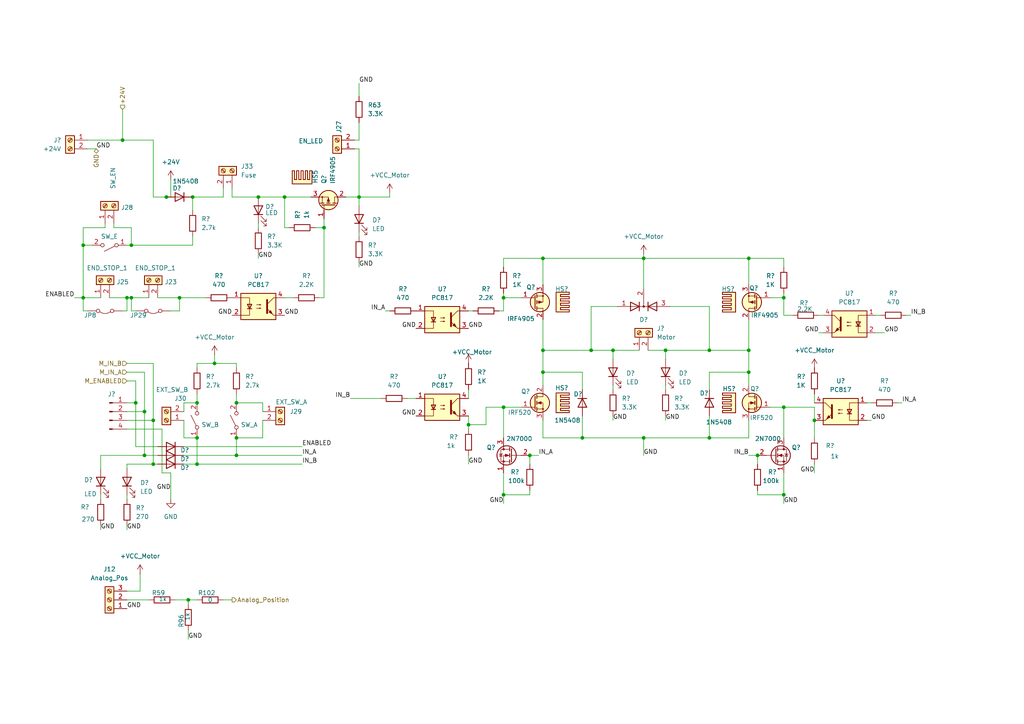
<source format=kicad_sch>
(kicad_sch (version 20231120) (generator "eeschema") (generator_version "8.0")
  (paper "A4")
  (title_block (date "2024-04-17") (rev "1.0"))
  (lib_symbols
    (symbol "+24V_1" (power) (pin_numbers hide) (pin_names (offset 0) hide)
      (property "Value" "+24V" (at 0 3.556 0))
      (symbol "+24V_1_1_1"
        (pin power_in line (at 0 0 90) (length 0) (name "~") (number "1"))
      )
    )
    (symbol "Connector:Conn_01x04_Pin" (pin_names (offset 1.016) hide)
      (property "Reference" "J" (at 0 5.08 0))
      (property "Value" "Conn_01x04_Pin" (at 0 -7.62 0))
      (symbol "Conn_01x04_Pin_1_1"
        (pin passive line (at 5.08 2.54 180) (length 3.81) (name "Pin_1") (number "1"))
        (pin passive line (at 5.08 0 180) (length 3.81) (name "Pin_2") (number "2"))
        (pin passive line (at 5.08 -2.54 180) (length 3.81) (name "Pin_3") (number "3"))
        (pin passive line (at 5.08 -5.08 180) (length 3.81) (name "Pin_4") (number "4"))
      )
    )
    (symbol "Connector:Screw_Terminal_01x02" (pin_names (offset 1.016) hide)
      (property "Reference" "J" (at 0 2.54 0))
      (property "Value" "Screw_Terminal_01x02" (at 0 -5.08 0))
      (symbol "Screw_Terminal_01x02_1_1"
        (pin passive line (at -5.08 0 0) (length 3.81) (name "Pin_1") (number "1"))
        (pin passive line (at -5.08 -2.54 0) (length 3.81) (name "Pin_2") (number "2"))
      )
    )
    (symbol "Connector:Screw_Terminal_01x03" (pin_names (offset 1.016) hide)
      (property "Reference" "J" (at 0 5.08 0))
      (property "Value" "Screw_Terminal_01x03" (at 0 -5.08 0))
      (symbol "Screw_Terminal_01x03_1_1"
        (pin passive line (at -5.08 2.54 0) (length 3.81) (name "Pin_1") (number "1"))
        (pin passive line (at -5.08 0 0) (length 3.81) (name "Pin_2") (number "2"))
        (pin passive line (at -5.08 -2.54 0) (length 3.81) (name "Pin_3") (number "3"))
      )
    )
    (symbol "Device:D_Dual_CommonCathode_AAK" (pin_names (offset 0.762) hide)
      (property "Reference" "D3" (at 0 3.81 0))
      (symbol "D_Dual_CommonCathode_AAK_0_1"
        (pin passive line (at -7.62 0 0) (length 3.81) (name "A") (number "1"))
      )
      (symbol "D_Dual_CommonCathode_AAK_1_1"
        (pin passive line (at 0 -5.08 90) (length 2.54) (name "K") (number "2"))
        (pin passive line (at 7.62 0 180) (length 3.81) (name "A") (number "3"))
      )
    )
    (symbol "Device:LED" (pin_numbers hide) (pin_names (offset 1.016) hide)
      (property "Reference" "D" (at 0 2.54 0))
      (property "Value" "LED" (at 0 -2.54 0))
      (symbol "LED_1_1"
        (pin passive line (at -3.81 0 0) (length 2.54) (name "K") (number "1"))
        (pin passive line (at 3.81 0 180) (length 2.54) (name "A") (number "2"))
      )
    )
    (symbol "Diode:1N4148" (pin_numbers hide) (pin_names hide)
      (property "Reference" "D" (at 0 2.54 0))
      (property "Value" "1N4148" (at 0 -2.54 0))
      (symbol "1N4148_1_1"
        (pin passive line (at -3.81 0 0) (length 2.54) (name "K") (number "1"))
        (pin passive line (at 3.81 0 180) (length 2.54) (name "A") (number "2"))
      )
    )
    (symbol "Diode:1N5406" (pin_numbers hide) (pin_names hide)
      (property "Reference" "D" (at 0 2.54 0))
      (property "Value" "1N5406" (at 0 -2.54 0))
      (symbol "1N5406_1_1"
        (pin passive line (at -3.81 0 0) (length 2.54) (name "K") (number "1"))
        (pin passive line (at 3.81 0 180) (length 2.54) (name "A") (number "2"))
      )
    )
    (symbol "Isolator:PC817" (pin_names (offset 1.016))
      (property "Reference" "U" (at -5.08 5.08 0))
      (property "Value" "PC817" (at 0 5.08 0))
      (symbol "PC817_1_1"
        (pin passive line (at -7.62 2.54 0) (length 2.54) (name "~") (number "1"))
        (pin passive line (at -7.62 -2.54 0) (length 2.54) (name "~") (number "2"))
        (pin passive line (at 7.62 -2.54 180) (length 2.54) (name "~") (number "3"))
        (pin passive line (at 7.62 2.54 180) (length 2.54) (name "~") (number "4"))
      )
    )
    (symbol "Jumper:Jumper_2_Bridged" (pin_numbers hide) (pin_names (offset 0) hide) (exclude_from_sim yes)
      (property "Reference" "JP" (at 0 1.905 0))
      (property "Value" "Jumper_2_Bridged" (at 0 -2.54 0))
      (symbol "Jumper_2_Bridged_1_1"
        (pin passive line (at -5.08 0 0) (length 2.54) (name "A") (number "1"))
        (pin passive line (at 5.08 0 180) (length 2.54) (name "B") (number "2"))
      )
    )
    (symbol "Mechanical:Heatsink" (pin_names (offset 1.016))
      (property "Reference" "HS" (at 0 5.08 0))
      (property "Value" "Heatsink" (at 0 -1.27 0))
    )
    (symbol "PCM_SL_Devices:Resistor_0.5W"
      (property "Reference" "R" (at 0 5.08 0))
      (property "Value" "Resistor_0.5W" (at 0 2.54 0))
      (symbol "Resistor_0.5W_1_1"
        (pin passive line (at -3.81 0 0) (length 1.5) (name "") (number "1"))
        (pin passive line (at 3.81 0 180) (length 1.5) (name "~") (number "2"))
      )
    )
    (symbol "PCM_Transistor_MOSFET_AKL:IRF4905" (pin_names hide)
      (property "Reference" "Q" (at 5.08 1.27 0))
      (property "Value" "IRF4905" (at 5.08 -1.27 0))
      (symbol "IRF4905_1_1"
        (pin input line (at -3.81 1.27 0) (length 2.54) (name "G") (number "1"))
        (pin passive line (at 2.54 -5.08 90) (length 2.54) (name "D") (number "2"))
        (pin passive line (at 2.54 5.08 270) (length 2.54) (name "S") (number "3"))
      )
    )
    (symbol "PCM_Transistor_MOSFET_AKL:IRF520" (pin_names hide)
      (property "Reference" "Q" (at 5.08 1.27 0))
      (property "Value" "IRF520" (at 5.08 -1.27 0))
      (symbol "IRF520_1_1"
        (pin input line (at -3.81 -1.27 0) (length 2.54) (name "G") (number "1"))
        (pin passive line (at 2.54 5.08 270) (length 2.54) (name "D") (number "2"))
        (pin passive line (at 2.54 -5.08 90) (length 2.54) (name "S") (number "3"))
      )
    )
    (symbol "Switch:SW_DPST_x2" (pin_names (offset 0) hide)
      (property "Reference" "SW" (at 0 3.175 0))
      (property "Value" "SW_DPST_x2" (at 0 -2.54 0))
      (symbol "SW_DPST_x2_1_1"
        (pin passive line (at -5.08 0 0) (length 2.54) (name "A") (number "1"))
        (pin passive line (at 5.08 0 180) (length 2.54) (name "B") (number "2"))
      )
      (symbol "SW_DPST_x2_2_1"
        (pin passive line (at -5.08 0 0) (length 2.54) (name "A") (number "3"))
        (pin passive line (at 5.08 0 180) (length 2.54) (name "B") (number "4"))
      )
    )
    (symbol "Transistor_FET:2N7000" (pin_names hide)
      (property "Reference" "Q" (at 5.08 1.905 0))
      (property "Value" "2N7000" (at 5.08 0 0))
      (symbol "2N7000_1_1"
        (pin passive line (at 2.54 -5.08 90) (length 2.54) (name "S") (number "1"))
        (pin input line (at -5.08 0 0) (length 2.54) (name "G") (number "2"))
        (pin passive line (at 2.54 5.08 270) (length 2.54) (name "D") (number "3"))
      )
    )
    (symbol "power:+24V" (power) (pin_names (offset 0))
      (property "Value" "+24V" (at 0 3.556 0))
      (symbol "+24V_1_1"
        (pin power_in line (at 0 0 90) (length 0) hide (name "+24V") (number "1"))
      )
    )
    (symbol "power:GND" (power) (pin_numbers hide) (pin_names (offset 0) hide)
      (property "Value" "GND" (at 0 -3.81 0))
      (symbol "GND_1_1"
        (pin power_in line (at 0 0 270) (length 0) (name "~") (number "1"))
      )
    )
  )
  (junction (at 57.15 127))
  (junction (at 52.07 86.36))
  (junction (at 57.15 116.84))
  (junction (at 146.05 86.36))
  (junction (at 193.04 101.6))
  (junction (at 227.33 118.11))
  (junction (at 186.69 74.93))
  (junction (at 41.91 119.38))
  (junction (at 171.45 101.6))
  (junction (at 153.67 132.08))
  (junction (at 24.13 71.12))
  (junction (at 227.33 86.36))
  (junction (at 57.15 134.62))
  (junction (at 177.8 101.6))
  (junction (at 24.13 86.36))
  (junction (at 38.1 86.36))
  (junction (at 39.37 116.84))
  (junction (at 54.61 173.99))
  (junction (at 41.91 132.08))
  (junction (at 227.33 143.51))
  (junction (at 68.58 127))
  (junction (at 205.74 127))
  (junction (at 55.88 57.15))
  (junction (at 104.14 57.15))
  (junction (at 168.91 127))
  (junction (at 35.56 40.64))
  (junction (at 205.74 101.6))
  (junction (at 68.58 116.84))
  (junction (at 93.98 66.04))
  (junction (at 38.1 71.12))
  (junction (at 36.83 86.36))
  (junction (at 217.17 74.93))
  (junction (at 157.48 101.6))
  (junction (at 44.45 121.92))
  (junction (at 44.45 134.62))
  (junction (at 146.05 118.11))
  (junction (at 186.69 127))
  (junction (at 82.55 57.15))
  (junction (at 236.22 121.92))
  (junction (at 217.17 101.6))
  (junction (at 146.05 143.51))
  (junction (at 217.17 107.95))
  (junction (at 68.58 132.08))
  (junction (at 48.26 57.15))
  (junction (at 74.93 57.15))
  (junction (at 135.89 123.19))
  (junction (at 157.48 74.93))
  (junction (at 62.23 105.41))
  (junction (at 157.48 107.95))
  (junction (at 219.71 132.08))
  (wire (pts (xy 223.52 118.11) (xy 227.33 118.11)))
  (wire (pts (xy 50.8 173.99) (xy 54.61 173.99)))
  (wire (pts (xy 49.53 52.07) (xy 49.53 57.15)))
  (wire (pts (xy 36.83 90.17) (xy 36.83 86.36)))
  (wire (pts (xy 53.34 129.54) (xy 87.63 129.54)))
  (wire (pts (xy 104.14 57.15) (xy 104.14 59.69)))
  (wire (pts (xy 36.83 134.62) (xy 44.45 134.62)))
  (wire (pts (xy 44.45 105.41) (xy 44.45 121.92)))
  (wire (pts (xy 57.15 105.41) (xy 62.23 105.41)))
  (wire (pts (xy 68.58 116.84) (xy 76.2 116.84)))
  (wire (pts (xy 157.48 92.71) (xy 157.48 101.6)))
  (wire (pts (xy 205.74 88.9) (xy 205.74 101.6)))
  (wire (pts (xy 102.87 43.18) (xy 104.14 43.18)))
  (wire (pts (xy 36.83 152.4) (xy 36.83 153.67)))
  (wire (pts (xy 262.89 91.44) (xy 264.16 91.44)))
  (wire (pts (xy 36.83 110.49) (xy 39.37 110.49)))
  (wire (pts (xy 45.72 86.36) (xy 52.07 86.36)))
  (wire (pts (xy 29.21 132.08) (xy 29.21 135.89)))
  (wire (pts (xy 146.05 118.11) (xy 151.13 118.11)))
  (wire (pts (xy 205.74 127) (xy 205.74 120.65)))
  (wire (pts (xy 157.48 127) (xy 168.91 127)))
  (wire (pts (xy 135.89 113.03) (xy 135.89 115.57)))
  (wire (pts (xy 24.13 86.36) (xy 29.21 86.36)))
  (wire (pts (xy 46.99 137.16) (xy 49.53 137.16)))
  (wire (pts (xy 217.17 92.71) (xy 217.17 101.6)))
  (wire (pts (xy 104.14 24.13) (xy 104.14 27.94)))
  (wire (pts (xy 24.13 71.12) (xy 24.13 86.36)))
  (wire (pts (xy 171.45 101.6) (xy 177.8 101.6)))
  (wire (pts (xy 38.1 86.36) (xy 43.18 86.36)))
  (wire (pts (xy 41.91 107.95) (xy 41.91 119.38)))
  (wire (pts (xy 25.4 43.18) (xy 27.94 43.18)))
  (wire (pts (xy 187.96 101.6) (xy 193.04 101.6)))
  (wire (pts (xy 217.17 107.95) (xy 217.17 111.76)))
  (wire (pts (xy 153.67 132.08) (xy 156.21 132.08)))
  (wire (pts (xy 39.37 110.49) (xy 39.37 116.84)))
  (wire (pts (xy 26.67 71.12) (xy 24.13 71.12)))
  (wire (pts (xy 68.58 105.41) (xy 68.58 106.68)))
  (wire (pts (xy 100.33 57.15) (xy 104.14 57.15)))
  (wire (pts (xy 36.83 86.36) (xy 38.1 86.36)))
  (wire (pts (xy 101.6 115.57) (xy 110.49 115.57)))
  (wire (pts (xy 227.33 85.09) (xy 227.33 86.36)))
  (wire (pts (xy 177.8 101.6) (xy 185.42 101.6)))
  (wire (pts (xy 140.97 123.19) (xy 140.97 118.11)))
  (wire (pts (xy 64.77 54.61) (xy 64.77 57.15)))
  (wire (pts (xy 90.17 57.15) (xy 82.55 57.15)))
  (wire (pts (xy 179.07 88.9) (xy 171.45 88.9)))
  (wire (pts (xy 223.52 86.36) (xy 227.33 86.36)))
  (wire (pts (xy 74.93 57.15) (xy 82.55 57.15)))
  (wire (pts (xy 217.17 74.93) (xy 227.33 74.93)))
  (wire (pts (xy 30.48 66.04) (xy 24.13 66.04)))
  (wire (pts (xy 49.53 137.16) (xy 49.53 144.78)))
  (wire (pts (xy 40.64 166.37) (xy 40.64 171.45)))
  (wire (pts (xy 38.1 86.36) (xy 38.1 90.17)))
  (wire (pts (xy 62.23 102.87) (xy 62.23 105.41)))
  (wire (pts (xy 227.33 137.16) (xy 227.33 143.51)))
  (wire (pts (xy 74.93 64.77) (xy 74.93 66.04)))
  (wire (pts (xy 62.23 105.41) (xy 68.58 105.41)))
  (wire (pts (xy 53.34 127) (xy 57.15 127)))
  (wire (pts (xy 30.48 64.77) (xy 30.48 66.04)))
  (wire (pts (xy 36.83 71.12) (xy 38.1 71.12)))
  (wire (pts (xy 113.03 57.15) (xy 104.14 57.15)))
  (wire (pts (xy 53.34 134.62) (xy 57.15 134.62)))
  (wire (pts (xy 91.44 66.04) (xy 93.98 66.04)))
  (wire (pts (xy 135.89 120.65) (xy 135.89 123.19)))
  (wire (pts (xy 55.88 57.15) (xy 55.88 60.96)))
  (wire (pts (xy 219.71 132.08) (xy 219.71 134.62)))
  (wire (pts (xy 168.91 127) (xy 168.91 120.65)))
  (wire (pts (xy 45.72 132.08) (xy 41.91 132.08)))
  (wire (pts (xy 157.48 101.6) (xy 157.48 107.95)))
  (wire (pts (xy 177.8 120.65) (xy 177.8 121.92)))
  (wire (pts (xy 157.48 107.95) (xy 168.91 107.95)))
  (wire (pts (xy 260.35 116.84) (xy 261.62 116.84)))
  (wire (pts (xy 45.72 129.54) (xy 39.37 129.54)))
  (wire (pts (xy 36.83 105.41) (xy 44.45 105.41)))
  (wire (pts (xy 118.11 115.57) (xy 120.65 115.57)))
  (wire (pts (xy 24.13 66.04) (xy 24.13 71.12)))
  (wire (pts (xy 227.33 143.51) (xy 227.33 146.05)))
  (wire (pts (xy 238.76 91.44) (xy 237.49 91.44)))
  (wire (pts (xy 255.27 91.44) (xy 254 91.44)))
  (wire (pts (xy 135.89 90.17) (xy 137.16 90.17)))
  (wire (pts (xy 205.74 101.6) (xy 217.17 101.6)))
  (wire (pts (xy 254 96.52) (xy 256.54 96.52)))
  (wire (pts (xy 53.34 121.92) (xy 53.34 127)))
  (wire (pts (xy 140.97 118.11) (xy 146.05 118.11)))
  (wire (pts (xy 68.58 114.3) (xy 68.58 116.84)))
  (wire (pts (xy 44.45 40.64) (xy 44.45 57.15)))
  (wire (pts (xy 217.17 107.95) (xy 205.74 107.95)))
  (wire (pts (xy 135.89 123.19) (xy 135.89 124.46)))
  (wire (pts (xy 193.04 101.6) (xy 193.04 104.14)))
  (wire (pts (xy 227.33 74.93) (xy 227.33 77.47)))
  (wire (pts (xy 36.83 116.84) (xy 39.37 116.84)))
  (wire (pts (xy 146.05 137.16) (xy 146.05 143.51)))
  (wire (pts (xy 29.21 153.67) (xy 29.21 152.4)))
  (wire (pts (xy 217.17 127) (xy 205.74 127)))
  (wire (pts (xy 38.1 66.04) (xy 38.1 71.12)))
  (wire (pts (xy 168.91 127) (xy 186.69 127)))
  (wire (pts (xy 82.55 57.15) (xy 82.55 66.04)))
  (wire (pts (xy 219.71 142.24) (xy 219.71 143.51)))
  (wire (pts (xy 146.05 118.11) (xy 146.05 127)))
  (wire (pts (xy 157.48 107.95) (xy 157.48 111.76)))
  (wire (pts (xy 146.05 74.93) (xy 146.05 77.47)))
  (wire (pts (xy 25.4 90.17) (xy 24.13 90.17)))
  (wire (pts (xy 236.22 121.92) (xy 236.22 118.11)))
  (wire (pts (xy 24.13 90.17) (xy 24.13 86.36)))
  (wire (pts (xy 55.88 71.12) (xy 55.88 68.58)))
  (wire (pts (xy 157.48 74.93) (xy 157.48 82.55)))
  (wire (pts (xy 227.33 86.36) (xy 227.33 91.44)))
  (wire (pts (xy 57.15 127) (xy 57.15 134.62)))
  (wire (pts (xy 67.31 57.15) (xy 74.93 57.15)))
  (wire (pts (xy 113.03 55.88) (xy 113.03 57.15)))
  (wire (pts (xy 146.05 143.51) (xy 146.05 146.05)))
  (wire (pts (xy 35.56 31.75) (xy 35.56 40.64)))
  (wire (pts (xy 177.8 101.6) (xy 177.8 104.14)))
  (wire (pts (xy 41.91 119.38) (xy 41.91 132.08)))
  (wire (pts (xy 45.72 134.62) (xy 44.45 134.62)))
  (wire (pts (xy 25.4 40.64) (xy 35.56 40.64)))
  (wire (pts (xy 29.21 132.08) (xy 41.91 132.08)))
  (wire (pts (xy 44.45 121.92) (xy 44.45 134.62)))
  (wire (pts (xy 92.71 86.36) (xy 93.98 86.36)))
  (wire (pts (xy 68.58 127) (xy 76.2 127)))
  (wire (pts (xy 227.33 118.11) (xy 236.22 118.11)))
  (wire (pts (xy 186.69 74.93) (xy 217.17 74.93)))
  (wire (pts (xy 171.45 88.9) (xy 171.45 101.6)))
  (wire (pts (xy 52.07 86.36) (xy 52.07 90.17)))
  (wire (pts (xy 67.31 54.61) (xy 67.31 57.15)))
  (wire (pts (xy 33.02 66.04) (xy 38.1 66.04)))
  (wire (pts (xy 193.04 111.76) (xy 193.04 113.03)))
  (wire (pts (xy 49.53 90.17) (xy 52.07 90.17)))
  (wire (pts (xy 146.05 74.93) (xy 157.48 74.93)))
  (wire (pts (xy 177.8 111.76) (xy 177.8 113.03)))
  (wire (pts (xy 157.48 101.6) (xy 171.45 101.6)))
  (wire (pts (xy 236.22 134.62) (xy 236.22 137.16)))
  (wire (pts (xy 44.45 57.15) (xy 48.26 57.15)))
  (wire (pts (xy 52.07 86.36) (xy 59.69 86.36)))
  (wire (pts (xy 57.15 134.62) (xy 87.63 134.62)))
  (wire (pts (xy 54.61 173.99) (xy 54.61 175.26)))
  (wire (pts (xy 194.31 88.9) (xy 205.74 88.9)))
  (wire (pts (xy 36.83 124.46) (xy 46.99 124.46)))
  (wire (pts (xy 135.89 123.19) (xy 140.97 123.19)))
  (wire (pts (xy 193.04 120.65) (xy 193.04 121.92)))
  (wire (pts (xy 39.37 90.17) (xy 38.1 90.17)))
  (wire (pts (xy 135.89 132.08) (xy 135.89 134.62)))
  (wire (pts (xy 237.49 96.52) (xy 238.76 96.52)))
  (wire (pts (xy 31.75 86.36) (xy 36.83 86.36)))
  (wire (pts (xy 227.33 118.11) (xy 227.33 127)))
  (wire (pts (xy 186.69 127) (xy 205.74 127)))
  (wire (pts (xy 157.48 121.92) (xy 157.48 127)))
  (wire (pts (xy 227.33 143.51) (xy 219.71 143.51)))
  (wire (pts (xy 74.93 73.66) (xy 74.93 74.93)))
  (wire (pts (xy 29.21 143.51) (xy 29.21 144.78)))
  (wire (pts (xy 35.56 90.17) (xy 36.83 90.17)))
  (wire (pts (xy 153.67 132.08) (xy 153.67 134.62)))
  (wire (pts (xy 146.05 85.09) (xy 146.05 86.36)))
  (wire (pts (xy 104.14 67.31) (xy 104.14 68.58)))
  (wire (pts (xy 93.98 66.04) (xy 93.98 86.36)))
  (wire (pts (xy 111.76 90.17) (xy 113.03 90.17)))
  (wire (pts (xy 49.53 57.15) (xy 48.26 57.15)))
  (wire (pts (xy 54.61 182.88) (xy 54.61 185.42)))
  (wire (pts (xy 153.67 142.24) (xy 153.67 143.51)))
  (wire (pts (xy 39.37 116.84) (xy 39.37 129.54)))
  (wire (pts (xy 36.83 121.92) (xy 44.45 121.92)))
  (wire (pts (xy 53.34 119.38) (xy 53.34 116.84)))
  (wire (pts (xy 193.04 101.6) (xy 205.74 101.6)))
  (wire (pts (xy 146.05 86.36) (xy 151.13 86.36)))
  (wire (pts (xy 35.56 40.64) (xy 44.45 40.64)))
  (wire (pts (xy 251.46 116.84) (xy 252.73 116.84)))
  (wire (pts (xy 76.2 119.38) (xy 76.2 116.84)))
  (wire (pts (xy 55.88 57.15) (xy 64.77 57.15)))
  (wire (pts (xy 36.83 135.89) (xy 36.83 134.62)))
  (wire (pts (xy 104.14 40.64) (xy 102.87 40.64)))
  (wire (pts (xy 53.34 116.84) (xy 57.15 116.84)))
  (wire (pts (xy 93.98 66.04) (xy 93.98 63.5)))
  (wire (pts (xy 217.17 74.93) (xy 217.17 82.55)))
  (wire (pts (xy 68.58 132.08) (xy 87.63 132.08)))
  (wire (pts (xy 40.64 171.45) (xy 36.83 171.45)))
  (wire (pts (xy 68.58 127) (xy 68.58 132.08)))
  (wire (pts (xy 36.83 119.38) (xy 41.91 119.38)))
  (wire (pts (xy 82.55 86.36) (xy 85.09 86.36)))
  (wire (pts (xy 36.83 143.51) (xy 36.83 144.78)))
  (wire (pts (xy 217.17 101.6) (xy 217.17 107.95)))
  (wire (pts (xy 21.59 86.36) (xy 24.13 86.36)))
  (wire (pts (xy 186.69 127) (xy 186.69 132.08)))
  (wire (pts (xy 251.46 121.92) (xy 252.73 121.92)))
  (wire (pts (xy 217.17 121.92) (xy 217.17 127)))
  (wire (pts (xy 104.14 76.2) (xy 104.14 77.47)))
  (wire (pts (xy 46.99 124.46) (xy 46.99 137.16)))
  (wire (pts (xy 36.83 107.95) (xy 41.91 107.95)))
  (wire (pts (xy 186.69 73.66) (xy 186.69 74.93)))
  (wire (pts (xy 36.83 173.99) (xy 43.18 173.99)))
  (wire (pts (xy 144.78 90.17) (xy 146.05 90.17)))
  (wire (pts (xy 53.34 132.08) (xy 68.58 132.08)))
  (wire (pts (xy 219.71 132.08) (xy 217.17 132.08)))
  (wire (pts (xy 146.05 143.51) (xy 153.67 143.51)))
  (wire (pts (xy 104.14 43.18) (xy 104.14 57.15)))
  (wire (pts (xy 205.74 107.95) (xy 205.74 113.03)))
  (wire (pts (xy 157.48 74.93) (xy 186.69 74.93)))
  (wire (pts (xy 33.02 64.77) (xy 33.02 66.04)))
  (wire (pts (xy 57.15 116.84) (xy 57.15 114.3)))
  (wire (pts (xy 64.77 173.99) (xy 67.31 173.99)))
  (wire (pts (xy 236.22 114.3) (xy 236.22 116.84)))
  (wire (pts (xy 54.61 173.99) (xy 57.15 173.99)))
  (wire (pts (xy 146.05 86.36) (xy 146.05 90.17)))
  (wire (pts (xy 82.55 66.04) (xy 83.82 66.04)))
  (wire (pts (xy 57.15 106.68) (xy 57.15 105.41)))
  (wire (pts (xy 76.2 121.92) (xy 76.2 127)))
  (wire (pts (xy 186.69 74.93) (xy 186.69 83.82)))
  (wire (pts (xy 168.91 107.95) (xy 168.91 113.03)))
  (wire (pts (xy 104.14 35.56) (xy 104.14 40.64)))
  (wire (pts (xy 38.1 71.12) (xy 55.88 71.12)))
  (wire (pts (xy 236.22 121.92) (xy 236.22 127)))
  (wire (pts (xy 227.33 91.44) (xy 229.87 91.44)))
  (label "GND" (at 104.14 24.13 0))
  (label "GND" (at 256.54 96.52 0))
  (label "GND" (at 49.53 142.24 180))
  (label "GND" (at 227.33 146.05 0))
  (label "GND" (at 104.14 77.47 0))
  (label "GND" (at 54.61 185.42 0))
  (label "IN_A" (at 111.76 90.17 180))
  (label "GND" (at 120.65 95.25 180))
  (label "IN_A" (at 261.62 116.84 0))
  (label "GND" (at 120.65 120.65 180))
  (label "GND" (at 135.89 134.62 0))
  (label "GND" (at 67.31 91.44 180))
  (label "IN_A" (at 156.21 132.08 0))
  (label "GND" (at 146.05 146.05 180))
  (label "GND" (at 36.83 153.67 0))
  (label "IN_B" (at 264.16 91.44 0))
  (label "GND" (at 252.73 121.92 0))
  (label "IN_A" (at 87.63 132.08 0))
  (label "GND" (at 27.94 43.18 0))
  (label "ENABLED" (at 21.59 86.36 180))
  (label "GND" (at 29.21 153.67 0))
  (label "IN_B" (at 87.63 134.62 0))
  (label "IN_B" (at 217.17 132.08 180))
  (label "GND" (at 135.89 95.25 0))
  (label "GND" (at 236.22 137.16 180))
  (label "GND" (at 193.04 121.92 0))
  (label "GND" (at 82.55 91.44 0))
  (label "GND" (at 186.69 132.08 0))
  (label "GND" (at 177.8 121.92 0))
  (label "IN_B" (at 101.6 115.57 180))
  (label "ENABLED" (at 87.63 129.54 0))
  (label "GND" (at 237.49 96.52 180))
  (label "GND" (at 36.83 176.53 0))
  (label "GND" (at 74.93 74.93 0))
  (hierarchical_label "M_IN_B" (shape input) (at 36.83 105.41 180))
  (hierarchical_label "GND" (shape bidirectional) (at 27.94 43.18 270))
  (hierarchical_label "Analog_Position" (shape output) (at 67.31 173.99 0))
  (hierarchical_label "+24V" (shape input) (at 35.56 31.75 90))
  (hierarchical_label "M_ENABLED" (shape input) (at 36.83 110.49 180))
  (hierarchical_label "M_IN_A" (shape input) (at 36.83 107.95 180))
  (symbol (lib_id "PCM_SL_Devices:Resistor_0.5W") (at 114.3 115.57 0) (unit 1)
    (property "Reference" "R?" (at 114.3 109.22 0))
    (property "Value" "470" (at 114.3 111.76 0))
    (property "Footprint" "Resistor_SMD:R_0603_1608Metric" (effects (hide yes)))
  )
  (symbol (lib_id "PCM_SL_Devices:Resistor_0.5W") (at 177.8 116.84 270) (unit 1)
    (property "Reference" "R?" (at 180.34 115.57 90) (effects (justify left)))
    (property "Value" "3.3K" (at 180.34 118.11 90) (effects (justify left)))
    (property "Footprint" "Resistor_SMD:R_0603_1608Metric" (effects (hide yes)))
  )
  (symbol (lib_id "PCM_SL_Devices:Resistor_0.5W") (at 236.22 110.49 90) (mirror x) (unit 1)
    (property "Reference" "R?" (at 233.68 109.22 90) (effects (justify left)))
    (property "Value" "1K" (at 233.68 111.76 90) (effects (justify left)))
    (property "Footprint" "Resistor_SMD:R_0603_1608Metric" (effects (hide yes)))
  )
  (symbol (lib_id "Transistor_FET:2N7000") (at 148.59 132.08 0) (mirror y) (unit 1)
    (property "Reference" "Q?" (at 143.764 129.794 0) (effects (justify left)))
    (property "Value" "2N7000" (at 154.432 127.254 0) (effects (justify left)))
    (property "Footprint" "Package_TO_SOT_SMD:SOT-23-3" (effects (hide yes)))
    (property "Datasheet" "https://www.vishay.com/docs/70226/70226.pdf" (effects (hide yes)))
    (property "Description" "0.2A Id, 200V Vds, N-Channel MOSFET, 2.6V Logic Level, TO-92" (effects (hide yes)))
  )
  (symbol (lib_id "Transistor_FET:2N7000") (at 224.79 132.08 0) (unit 1)
    (property "Reference" "Q?" (at 229.616 129.794 0) (effects (justify left)))
    (property "Value" "2N7000" (at 218.948 127.254 0) (effects (justify left)))
    (property "Footprint" "Package_TO_SOT_SMD:SOT-23-3" (effects (hide yes)))
    (property "Datasheet" "https://www.vishay.com/docs/70226/70226.pdf" (effects (hide yes)))
    (property "Description" "0.2A Id, 200V Vds, N-Channel MOSFET, 2.6V Logic Level, TO-92" (effects (hide yes)))
  )
  (symbol (lib_id "Mechanical:Heatsink") (at 161.29 116.84 270) (unit 1)
    (property "Reference" "HS?" (at 161.036 112.522 90) (effects (justify left)))
    (property "Value" "Heatsink" (effects (hide yes)))
    (property "Footprint" "HeatSink:HeastSink_MOSFET_15mm_10mm_20mm" (effects (hide yes)))
    (property "Description" "Heatsink" (effects (hide yes)))
  )
  (symbol (lib_id "PCM_SL_Devices:Resistor_0.5W") (at 233.68 91.44 0) (mirror y) (unit 1)
    (property "Reference" "R?" (at 233.172 87.884 0))
    (property "Value" "2.2K" (at 233.426 89.662 0))
    (property "Footprint" "Resistor_SMD:R_0603_1608Metric" (effects (hide yes)))
  )
  (symbol (lib_id "PCM_SL_Devices:Resistor_0.5W") (at 63.5 86.36 0) (unit 1)
    (property "Reference" "R?" (at 63.5 80.01 0))
    (property "Value" "470" (at 63.5 82.55 0))
    (property "Footprint" "Resistor_SMD:R_0603_1608Metric" (effects (hide yes)))
  )
  (symbol (lib_id "Device:LED") (at 193.04 107.95 90) (unit 1)
    (property "Reference" "D?" (at 196.85 108.2674 90) (effects (justify right)))
    (property "Value" "LED" (at 196.85 110.8074 90) (effects (justify right)))
    (property "Footprint" "LED_SMD:LED_0603_1608Metric" (effects (hide yes)))
  )
  (symbol (lib_id "PCM_SL_Devices:Resistor_0.5W") (at 116.84 90.17 0) (unit 1)
    (property "Reference" "R?" (at 116.84 83.82 0))
    (property "Value" "470" (at 116.84 86.36 0))
    (property "Footprint" "Resistor_SMD:R_0603_1608Metric" (effects (hide yes)))
  )
  (symbol (lib_id "Isolator:PC817") (at 128.27 92.71 0) (unit 1)
    (property "Reference" "U?" (at 128.27 83.82 0))
    (property "Value" "PC817" (at 128.27 86.36 0))
    (property "Footprint" "Package_SO:SOP-4_4.4x2.6mm_P1.27mm" (effects (hide yes)))
    (property "Datasheet" "http://www.soselectronic.cz/a_info/resource/d/pc817.pdf" (effects (hide yes)))
  )
  (symbol (lib_id "Switch:SW_DPST_x2") (at 31.75 71.12 180) (unit 1)
    (property "Reference" "SW?" (effects (hide yes)))
    (property "Value" "SW_E" (at 31.75 68.58 0))
    (property "Footprint" "Button_Switch_SMD:SW_Push_1P1T_NO_CK_KSC7xxJ" (effects (hide yes)))
    (property "Description" "Single Pole Single Throw (SPST) switch, separate symbol" (effects (hide yes)))
  )
  (symbol (lib_id "Connector:Screw_Terminal_01x02") (at 29.21 81.28 90) (unit 1)
    (property "Reference" "J25" (at 33.782 81.788 90) (effects (justify right)))
    (property "Value" "END_STOP_1" (at 25.146 77.724 90) (effects (justify right)))
    (property "Footprint" "TerminalBlock_Phoenix:TerminalBlock_Phoenix_MPT-0,5-2-2.54_1x02_P2.54mm_Horizontal" (effects (hide yes)))
    (property "Description" "Generic screw terminal, single row, 01x02, script generated (kicad-library-utils/schlib/autogen/connector/)" (effects (hide yes)))
  )
  (symbol (lib_id "PCM_SL_Devices:Resistor_0.5W") (at 140.97 90.17 0) (unit 1)
    (property "Reference" "R?" (at 140.97 83.82 0))
    (property "Value" "2.2K" (at 140.97 86.36 0))
    (property "Footprint" "Resistor_SMD:R_0603_1608Metric" (effects (hide yes)))
  )
  (symbol (lib_id "PCM_SL_Devices:Resistor_0.5W") (at 219.71 138.43 90) (mirror x) (unit 1)
    (property "Reference" "R?" (at 225.298 136.906 90) (effects (justify left)))
    (property "Value" "100k" (at 226.06 139.446 90) (effects (justify left)))
    (property "Footprint" "Resistor_SMD:R_0603_1608Metric" (effects (hide yes)))
  )
  (symbol (lib_id "Mechanical:Heatsink") (at 213.36 116.84 90) (unit 1)
    (property "Reference" "HS?" (at 209.55 112.776 90) (effects (justify right)))
    (property "Value" "Heatsink" (effects (hide yes)))
    (property "Footprint" "HeatSink:HeastSink_MOSFET_15mm_10mm_20mm" (effects (hide yes)))
    (property "Description" "Heatsink" (effects (hide yes)))
  )
  (symbol (lib_id "PCM_SL_Devices:Resistor_0.5W") (at 54.61 179.07 90) (unit 1)
    (property "Reference" "R96" (at 52.578 180.086 0))
    (property "Value" "1k" (at 54.356 178.816 0))
    (property "Footprint" "Resistor_SMD:R_0603_1608Metric" (effects (hide yes)))
  )
  (symbol (lib_id "PCM_SL_Devices:Resistor_0.5W") (at 74.93 69.85 270) (unit 1)
    (property "Reference" "R?" (at 77.47 68.58 90) (effects (justify left)))
    (property "Value" "3.3K" (at 77.47 71.12 90) (effects (justify left)))
    (property "Footprint" "Resistor_SMD:R_0603_1608Metric" (effects (hide yes)))
  )
  (symbol (lib_id "Mechanical:Heatsink") (at 161.29 87.63 270) (unit 1)
    (property "Reference" "HS?" (at 161.036 83.82 90) (effects (justify left)))
    (property "Value" "Heatsink" (effects (hide yes)))
    (property "Footprint" "HeatSink:HeastSink_MOSFET_15mm_10mm_20mm" (effects (hide yes)))
    (property "Description" "Heatsink" (effects (hide yes)))
  )
  (symbol (lib_id "PCM_SL_Devices:Resistor_0.5W") (at 153.67 138.43 270) (unit 1)
    (property "Reference" "R?" (at 148.082 136.906 90) (effects (justify left)))
    (property "Value" "100k" (at 147.32 139.446 90) (effects (justify left)))
    (property "Footprint" "Resistor_SMD:R_0603_1608Metric" (effects (hide yes)))
  )
  (symbol (lib_id "PCM_SL_Devices:Resistor_0.5W") (at 60.96 173.99 0) (unit 1)
    (property "Reference" "R102" (at 59.944 171.958 0))
    (property "Value" "0" (at 60.96 173.99 0))
    (property "Footprint" "Resistor_SMD:R_0603_1608Metric" (effects (hide yes)))
  )
  (symbol (lib_name "+24V_1") (lib_id "power:+24V") (at 236.22 106.68 0) (mirror y) (unit 1)
    (property "Reference" "#PWR?" (effects (hide yes)))
    (property "Value" "+VCC_Motor" (at 236.22 101.6 0))
    (property "Description" "Power symbol creates a global label with name \"+24V\"" (effects (hide yes)))
  )
  (symbol (lib_id "Isolator:PC817") (at 128.27 118.11 0) (unit 1)
    (property "Reference" "U?" (at 128.27 109.22 0))
    (property "Value" "PC817" (at 128.27 111.76 0))
    (property "Footprint" "Package_SO:SOP-4_4.4x2.6mm_P1.27mm" (effects (hide yes)))
    (property "Datasheet" "http://www.soselectronic.cz/a_info/resource/d/pc817.pdf" (effects (hide yes)))
  )
  (symbol (lib_id "PCM_SL_Devices:Resistor_0.5W") (at 256.54 116.84 0) (mirror x) (unit 1)
    (property "Reference" "R?" (at 256.54 110.49 0))
    (property "Value" "470" (at 256.54 113.03 0))
    (property "Footprint" "Resistor_SMD:R_0603_1608Metric" (effects (hide yes)))
  )
  (symbol (lib_id "Connector:Conn_01x04_Pin") (at 31.75 119.38 0) (unit 1)
    (property "Reference" "J?" (at 32.385 114.3 0))
    (property "Value" "PinHeader_Control" (effects (hide yes)))
    (property "Footprint" "Connector_PinHeader_2.54mm:PinHeader_1x04_P2.54mm_Vertical" (effects (hide yes)))
    (property "Description" "Generic connector, single row, 01x04, script generated" (effects (hide yes)))
  )
  (symbol (lib_name "+24V_1") (lib_id "power:+24V") (at 186.69 73.66 0) (unit 1)
    (property "Reference" "#PWR?" (effects (hide yes)))
    (property "Value" "+VCC_Motor" (at 186.69 68.58 0))
    (property "Description" "Power symbol creates a global label with name \"+24V\"" (effects (hide yes)))
  )
  (symbol (lib_name "+24V_1") (lib_id "power:+24V") (at 62.23 102.87 0) (unit 1)
    (property "Reference" "#PWR?" (effects (hide yes)))
    (property "Value" "+VCC_Motor" (at 62.23 97.79 0))
    (property "Description" "Power symbol creates a global label with name \"+24V\"" (effects (hide yes)))
  )
  (symbol (lib_id "PCM_Transistor_MOSFET_AKL:IRF4905") (at 95.25 59.69 90) (unit 1)
    (property "Reference" "Q?" (at 93.98 53.34 0) (effects (justify left)))
    (property "Value" "IRF4905" (at 96.52 53.34 0) (effects (justify left)))
    (property "Footprint" "Package_TO_SOT_THT:TO-220-3_Vertical" (effects (hide yes)))
    (property "Datasheet" "https://www.tme.eu/Document/6b5423f4bc207bf599b8e5a57c2f701a/irf4905.pdf" (effects (hide yes)))
  )
  (symbol (lib_id "PCM_SL_Devices:Resistor_0.5W") (at 55.88 64.77 270) (unit 1)
    (property "Reference" "R?" (at 58.42 63.5 90) (effects (justify left)))
    (property "Value" "2.7k" (at 58.42 66.04 90) (effects (justify left)))
    (property "Footprint" "Resistor_SMD:R_0603_1608Metric" (effects (hide yes)))
  )
  (symbol (lib_id "Connector:Screw_Terminal_01x02") (at 185.42 96.52 90) (unit 1)
    (property "Reference" "J?" (at 190.5 95.2499 90) (effects (justify right)))
    (property "Value" "Motor" (at 190.5 97.7899 90) (effects (justify right)))
    (property "Footprint" "Connector_Phoenix_MSTB:PhoenixContact_MSTBA_2,5_2-G-5,08_1x02_P5.08mm_Horizontal" (effects (hide yes)))
  )
  (symbol (lib_id "Diode:1N5406") (at 205.74 116.84 90) (mirror x) (unit 1)
    (property "Reference" "D?" (at 202.946 114.046 90) (effects (justify right)))
    (property "Value" "1N5408" (at 204.724 122.428 90) (effects (justify right)))
    (property "Footprint" "Diode_THT:D_DO-201AD_P15.24mm_Horizontal" (effects (hide yes)))
    (property "Datasheet" "http://www.vishay.com/docs/88516/1n5400.pdf" (effects (hide yes)))
    (property "Sim.Device" "D" (effects (hide yes)))
    (property "Sim.Pins" "1=K 2=A" (effects (hide yes)))
  )
  (symbol (lib_id "PCM_Transistor_MOSFET_AKL:IRF520") (at 154.94 116.84 0) (unit 1)
    (property "Reference" "Q?" (at 151.13 113.538 0) (effects (justify left)))
    (property "Value" "IRF520" (at 147.32 119.634 0) (effects (justify left)))
    (property "Footprint" "Package_TO_SOT_THT:TO-220-3_Vertical" (effects (hide yes)))
    (property "Datasheet" "https://www.tme.eu/Document/f92e3a72a387abb9a14eed6a0b9ccfe0/IRF520PBF.pdf" (effects (hide yes)))
  )
  (symbol (lib_id "PCM_SL_Devices:Resistor_0.5W") (at 135.89 128.27 270) (unit 1)
    (property "Reference" "R?" (at 130.302 126.746 90) (effects (justify left)))
    (property "Value" "1k" (at 129.54 129.286 90) (effects (justify left)))
    (property "Footprint" "Resistor_SMD:R_0603_1608Metric" (effects (hide yes)))
  )
  (symbol (lib_id "Mechanical:Heatsink") (at 87.63 53.34 0) (unit 1)
    (property "Reference" "HS5" (at 91.44 49.276 90) (effects (justify right)))
    (property "Value" "Heatsink" (effects (hide yes)))
    (property "Footprint" "HeatSink:HeastSink_MOSFET_15mm_10mm_20mm" (effects (hide yes)))
    (property "Description" "Heatsink" (effects (hide yes)))
  )
  (symbol (lib_id "PCM_SL_Devices:Resistor_0.5W") (at 227.33 81.28 90) (mirror x) (unit 1)
    (property "Reference" "R?" (at 224.79 80.01 90) (effects (justify left)))
    (property "Value" "1K" (at 224.79 82.55 90) (effects (justify left)))
    (property "Footprint" "Resistor_SMD:R_0603_1608Metric" (effects (hide yes)))
  )
  (symbol (lib_id "PCM_SL_Devices:Resistor_0.5W") (at 193.04 116.84 270) (unit 1)
    (property "Reference" "R?" (at 195.58 115.57 90) (effects (justify left)))
    (property "Value" "3.3K" (at 195.58 118.11 90) (effects (justify left)))
    (property "Footprint" "Resistor_SMD:R_0603_1608Metric" (effects (hide yes)))
  )
  (symbol (lib_name "+24V_1") (lib_id "power:+24V") (at 113.03 55.88 0) (unit 1)
    (property "Reference" "#PWR?" (effects (hide yes)))
    (property "Value" "+VCC_Motor" (at 113.03 50.8 0))
    (property "Description" "Power symbol creates a global label with name \"+24V\"" (effects (hide yes)))
  )
  (symbol (lib_id "PCM_SL_Devices:Resistor_0.5W") (at 236.22 130.81 90) (mirror x) (unit 1)
    (property "Reference" "R?" (at 242.062 129.286 90) (effects (justify left)))
    (property "Value" "1k" (at 243.332 132.334 90) (effects (justify left)))
    (property "Footprint" "Resistor_SMD:R_0603_1608Metric" (effects (hide yes)))
  )
  (symbol (lib_id "PCM_SL_Devices:Resistor_0.5W") (at 87.63 66.04 180) (unit 1)
    (property "Reference" "R?" (at 86.3599 63.5 90) (effects (justify right)))
    (property "Value" "1k" (at 88.8999 63.5 90) (effects (justify right)))
    (property "Footprint" "Resistor_SMD:R_0603_1608Metric" (effects (hide yes)))
  )
  (symbol (lib_id "Diode:1N4148") (at 49.53 134.62 180) (unit 1)
    (property "Reference" "D?" (at 53.594 135.636 0))
    (property "Value" "1N4148" (effects (hide yes)))
    (property "Footprint" "Diode_SMD:D_SOD-323" (effects (hide yes)))
    (property "Datasheet" "https://assets.nexperia.com/documents/data-sheet/1N4148_1N4448.pdf" (effects (hide yes)))
    (property "Description" "100V 0.15A standard switching diode, DO-35" (effects (hide yes)))
    (property "Sim.Device" "D" (effects (hide yes)))
    (property "Sim.Pins" "1=K 2=A" (effects (hide yes)))
  )
  (symbol (lib_id "Diode:1N4148") (at 49.53 129.54 180) (unit 1)
    (property "Reference" "D?" (at 53.594 130.556 0))
    (property "Value" "1N4148" (effects (hide yes)))
    (property "Footprint" "Diode_SMD:D_SOD-323" (effects (hide yes)))
    (property "Datasheet" "https://assets.nexperia.com/documents/data-sheet/1N4148_1N4448.pdf" (effects (hide yes)))
    (property "Description" "100V 0.15A standard switching diode, DO-35" (effects (hide yes)))
    (property "Sim.Device" "D" (effects (hide yes)))
    (property "Sim.Pins" "1=K 2=A" (effects (hide yes)))
  )
  (symbol (lib_id "PCM_SL_Devices:Resistor_0.5W") (at 36.83 148.59 270) (unit 1)
    (property "Reference" "R?" (at 39.37 147.32 90) (effects (justify left)))
    (property "Value" "270" (at 39.37 149.86 90) (effects (justify left)))
    (property "Footprint" "Resistor_SMD:R_0603_1608Metric" (effects (hide yes)))
  )
  (symbol (lib_id "Switch:SW_DPST_x2") (at 57.15 121.92 90) (unit 1)
    (property "Reference" "SW?" (effects (hide yes)))
    (property "Value" "SW_B" (at 58.42 123.1899 90) (effects (justify right)))
    (property "Footprint" "Button_Switch_SMD:SW_Push_1P1T_NO_CK_KSC7xxJ" (effects (hide yes)))
    (property "Description" "Single Pole Single Throw (SPST) switch, separate symbol" (effects (hide yes)))
  )
  (symbol (lib_id "Isolator:PC817") (at 243.84 119.38 0) (mirror y) (unit 1)
    (property "Reference" "U?" (at 243.84 110.49 0))
    (property "Value" "PC817" (at 243.84 113.03 0))
    (property "Footprint" "Package_SO:SOP-4_4.4x2.6mm_P1.27mm" (effects (hide yes)))
    (property "Datasheet" "http://www.soselectronic.cz/a_info/resource/d/pc817.pdf" (effects (hide yes)))
  )
  (symbol (lib_id "Connector:Screw_Terminal_01x02") (at 20.32 40.64 0) (mirror y) (unit 1)
    (property "Reference" "J?" (at 17.78 40.64 0) (effects (justify left)))
    (property "Value" "+24V" (at 17.78 43.18 0) (effects (justify left)))
    (property "Footprint" "Connector_Phoenix_MSTB:PhoenixContact_MSTBA_2,5_2-G-5,08_1x02_P5.08mm_Horizontal" (effects (hide yes)))
  )
  (symbol (lib_id "Diode:1N4148") (at 49.53 132.08 180) (unit 1)
    (property "Reference" "D?" (at 53.594 133.096 0))
    (property "Value" "1N4148" (effects (hide yes)))
    (property "Footprint" "Diode_SMD:D_SOD-323" (effects (hide yes)))
    (property "Datasheet" "https://assets.nexperia.com/documents/data-sheet/1N4148_1N4448.pdf" (effects (hide yes)))
    (property "Description" "100V 0.15A standard switching diode, DO-35" (effects (hide yes)))
    (property "Sim.Device" "D" (effects (hide yes)))
    (property "Sim.Pins" "1=K 2=A" (effects (hide yes)))
  )
  (symbol (lib_id "PCM_SL_Devices:Resistor_0.5W") (at 57.15 110.49 270) (unit 1)
    (property "Reference" "R?" (at 59.69 109.22 90) (effects (justify left)))
    (property "Value" "2.7k" (at 59.69 111.76 90) (effects (justify left)))
    (property "Footprint" "Resistor_SMD:R_0603_1608Metric" (effects (hide yes)))
  )
  (symbol (lib_id "PCM_SL_Devices:Resistor_0.5W") (at 68.58 110.49 270) (unit 1)
    (property "Reference" "R?" (at 71.12 109.22 90) (effects (justify left)))
    (property "Value" "2.7k" (at 71.12 111.76 90) (effects (justify left)))
    (property "Footprint" "Resistor_SMD:R_0603_1608Metric" (effects (hide yes)))
  )
  (symbol (lib_id "PCM_SL_Devices:Resistor_0.5W") (at 259.08 91.44 0) (unit 1)
    (property "Reference" "R?" (at 259.08 85.09 0))
    (property "Value" "470" (at 259.08 87.63 0))
    (property "Footprint" "Resistor_SMD:R_0603_1608Metric" (effects (hide yes)))
  )
  (symbol (lib_id "Device:LED") (at 36.83 139.7 90) (unit 1)
    (property "Reference" "D?" (at 40.64 140.0174 90) (effects (justify right)))
    (property "Value" "LED" (at 40.64 142.5574 90) (effects (justify right)))
    (property "Footprint" "LED_SMD:LED_0603_1608Metric" (effects (hide yes)))
  )
  (symbol (lib_id "PCM_SL_Devices:Resistor_0.5W") (at 104.14 72.39 270) (unit 1)
    (property "Reference" "R?" (at 106.68 71.12 90) (effects (justify left)))
    (property "Value" "3.3K" (at 106.68 73.66 90) (effects (justify left)))
    (property "Footprint" "Resistor_SMD:R_0603_1608Metric" (effects (hide yes)))
  )
  (symbol (lib_id "Device:D_Dual_CommonCathode_AAK") (at 186.69 88.9 0) (mirror x) (unit 1)
    (property "Reference" "D?" (at 186.69 92.71 0))
    (property "Value" "D_Dual_CommonCathode_AAK" (effects (hide yes)))
    (property "Footprint" "Package_TO_SOT_THT:TO-220-3_Vertical" (effects (hide yes)))
    (property "Description" "Dual diode, common cathode on pin 3" (effects (hide yes)))
  )
  (symbol (lib_id "PCM_Transistor_MOSFET_AKL:IRF4905") (at 219.71 87.63 0) (mirror y) (unit 1)
    (property "Reference" "Q?" (at 219.964 83.566 0) (effects (justify left)))
    (property "Value" "IRF4905" (at 225.806 91.44 0) (effects (justify left)))
    (property "Footprint" "Package_TO_SOT_THT:TO-220-3_Vertical" (effects (hide yes)))
    (property "Datasheet" "https://www.tme.eu/Document/6b5423f4bc207bf599b8e5a57c2f701a/irf4905.pdf" (effects (hide yes)))
  )
  (symbol (lib_id "Device:LED") (at 177.8 107.95 90) (unit 1)
    (property "Reference" "D?" (at 181.61 108.2674 90) (effects (justify right)))
    (property "Value" "LED" (at 181.61 110.8074 90) (effects (justify right)))
    (property "Footprint" "LED_SMD:LED_0603_1608Metric" (effects (hide yes)))
  )
  (symbol (lib_id "PCM_SL_Devices:Resistor_0.5W") (at 146.05 81.28 270) (unit 1)
    (property "Reference" "R?" (at 148.59 80.01 90) (effects (justify left)))
    (property "Value" "1K" (at 148.59 82.55 90) (effects (justify left)))
    (property "Footprint" "Resistor_SMD:R_0603_1608Metric" (effects (hide yes)))
  )
  (symbol (lib_id "PCM_Transistor_MOSFET_AKL:IRF520") (at 219.71 116.84 0) (mirror y) (unit 1)
    (property "Reference" "Q?" (at 220.218 112.776 0) (effects (justify left)))
    (property "Value" "IRF520" (at 224.282 121.158 0) (effects (justify left)))
    (property "Footprint" "Package_TO_SOT_THT:TO-220-3_Vertical" (effects (hide yes)))
    (property "Datasheet" "https://www.tme.eu/Document/f92e3a72a387abb9a14eed6a0b9ccfe0/IRF520PBF.pdf" (effects (hide yes)))
  )
  (symbol (lib_name "+24V_1") (lib_id "power:+24V") (at 135.89 105.41 0) (unit 1)
    (property "Reference" "#PWR?" (effects (hide yes)))
    (property "Value" "+VCC_Motor" (at 136.906 102.108 0))
    (property "Description" "Power symbol creates a global label with name \"+24V\"" (effects (hide yes)))
  )
  (symbol (lib_id "Connector:Screw_Terminal_01x03") (at 31.75 173.99 180) (unit 1)
    (property "Reference" "J12" (at 31.75 165.1 0))
    (property "Value" "Analog_Pos" (at 31.75 167.64 0))
    (property "Footprint" "TerminalBlock_Phoenix:TerminalBlock_Phoenix_MPT-0,5-3-2.54_1x03_P2.54mm_Horizontal" (effects (hide yes)))
    (property "Description" "Generic screw terminal, single row, 01x03, script generated (kicad-library-utils/schlib/autogen/connector/)" (effects (hide yes)))
  )
  (symbol (lib_id "Mechanical:Heatsink") (at 213.36 87.63 90) (unit 1)
    (property "Reference" "HS?" (at 209.296 83.82 90) (effects (justify right)))
    (property "Value" "Heatsink" (effects (hide yes)))
    (property "Footprint" "HeatSink:HeastSink_MOSFET_15mm_10mm_20mm" (effects (hide yes)))
    (property "Description" "Heatsink" (effects (hide yes)))
  )
  (symbol (lib_id "Connector:Screw_Terminal_01x02") (at 81.28 119.38 0) (unit 1)
    (property "Reference" "J29" (at 87.63 119.38 0) (effects (justify right)))
    (property "Value" "EXT_SW_A" (at 89.154 116.586 0) (effects (justify right)))
    (property "Footprint" "TerminalBlock_Phoenix:TerminalBlock_Phoenix_MPT-0,5-2-2.54_1x02_P2.54mm_Horizontal" (effects (hide yes)))
    (property "Description" "Generic screw terminal, single row, 01x02, script generated (kicad-library-utils/schlib/autogen/connector/)" (effects (hide yes)))
  )
  (symbol (lib_id "PCM_Transistor_MOSFET_AKL:IRF4905") (at 154.94 87.63 0) (unit 1)
    (property "Reference" "Q?" (at 152.654 83.312 0) (effects (justify left)))
    (property "Value" "IRF4905" (at 147.066 92.456 0) (effects (justify left)))
    (property "Footprint" "Package_TO_SOT_THT:TO-220-3_Vertical" (effects (hide yes)))
    (property "Datasheet" "https://www.tme.eu/Document/6b5423f4bc207bf599b8e5a57c2f701a/irf4905.pdf" (effects (hide yes)))
  )
  (symbol (lib_id "Isolator:PC817") (at 246.38 93.98 0) (mirror y) (unit 1)
    (property "Reference" "U?" (at 246.38 85.09 0))
    (property "Value" "PC817" (at 246.38 87.63 0))
    (property "Footprint" "Package_SO:SOP-4_4.4x2.6mm_P1.27mm" (effects (hide yes)))
    (property "Datasheet" "http://www.soselectronic.cz/a_info/resource/d/pc817.pdf" (effects (hide yes)))
  )
  (symbol (lib_id "Isolator:PC817") (at 74.93 88.9 0) (unit 1)
    (property "Reference" "U?" (at 74.93 80.01 0))
    (property "Value" "PC817" (at 74.93 82.55 0))
    (property "Footprint" "Package_SO:SOP-4_4.4x2.6mm_P1.27mm" (effects (hide yes)))
    (property "Datasheet" "http://www.soselectronic.cz/a_info/resource/d/pc817.pdf" (effects (hide yes)))
  )
  (symbol (lib_id "Connector:Screw_Terminal_01x02") (at 67.31 49.53 270) (mirror x) (unit 1)
    (property "Reference" "J33" (at 69.85 48.2599 90) (effects (justify left)))
    (property "Value" "Fuse" (at 69.85 50.7999 90) (effects (justify left)))
    (property "Footprint" "Connector_Phoenix_MSTB:PhoenixContact_MSTBA_2,5_2-G-5,08_1x02_P5.08mm_Horizontal" (effects (hide yes)))
  )
  (symbol (lib_id "PCM_SL_Devices:Resistor_0.5W") (at 88.9 86.36 0) (unit 1)
    (property "Reference" "R?" (at 88.9 80.01 0))
    (property "Value" "2.2K" (at 88.9 82.55 0))
    (property "Footprint" "Resistor_SMD:R_0603_1608Metric" (effects (hide yes)))
  )
  (symbol (lib_id "Device:LED") (at 29.21 139.7 90) (unit 1)
    (property "Reference" "D?" (at 24.384 139.192 90) (effects (justify right)))
    (property "Value" "LED" (at 24.384 143.256 90) (effects (justify right)))
    (property "Footprint" "LED_SMD:LED_0603_1608Metric" (effects (hide yes)))
  )
  (symbol (lib_id "Connector:Screw_Terminal_01x02") (at 97.79 43.18 180) (unit 1)
    (property "Reference" "J27" (at 98.298 38.608 90) (effects (justify right)))
    (property "Value" "EN_LED" (at 86.614 40.894 0) (effects (justify right)))
    (property "Footprint" "TerminalBlock_Phoenix:TerminalBlock_Phoenix_MPT-0,5-2-2.54_1x02_P2.54mm_Horizontal" (effects (hide yes)))
    (property "Description" "Generic screw terminal, single row, 01x02, script generated (kicad-library-utils/schlib/autogen/connector/)" (effects (hide yes)))
  )
  (symbol (lib_id "power:+24V") (at 49.53 52.07 0) (unit 1)
    (property "Reference" "#PWR?" (effects (hide yes)))
    (property "Value" "+24V" (at 49.53 46.99 0))
  )
  (symbol (lib_id "Diode:1N5406") (at 168.91 116.84 270) (unit 1)
    (property "Reference" "D?" (at 166.37 114.3 90) (effects (justify left)))
    (property "Value" "1N5408" (at 160.782 121.92 90) (effects (justify left)))
    (property "Footprint" "Diode_THT:D_DO-201AD_P15.24mm_Horizontal" (effects (hide yes)))
    (property "Datasheet" "http://www.vishay.com/docs/88516/1n5400.pdf" (effects (hide yes)))
    (property "Sim.Device" "D" (effects (hide yes)))
    (property "Sim.Pins" "1=K 2=A" (effects (hide yes)))
  )
  (symbol (lib_id "Connector:Screw_Terminal_01x02") (at 48.26 121.92 180) (unit 1)
    (property "Reference" "J30" (at 50.546 115.57 0) (effects (justify right)))
    (property "Value" "EXT_SW_B" (at 45.212 113.03 0) (effects (justify right)))
    (property "Footprint" "TerminalBlock_Phoenix:TerminalBlock_Phoenix_MPT-0,5-2-2.54_1x02_P2.54mm_Horizontal" (effects (hide yes)))
    (property "Description" "Generic screw terminal, single row, 01x02, script generated (kicad-library-utils/schlib/autogen/connector/)" (effects (hide yes)))
  )
  (symbol (lib_id "PCM_SL_Devices:Resistor_0.5W") (at 29.21 148.59 270) (unit 1)
    (property "Reference" "R?" (at 23.368 147.066 90) (effects (justify left)))
    (property "Value" "270" (at 23.622 150.622 90) (effects (justify left)))
    (property "Footprint" "Resistor_SMD:R_0603_1608Metric" (effects (hide yes)))
  )
  (symbol (lib_id "power:GND") (at 49.53 144.78 0) (unit 1)
    (property "Reference" "#PWR?" (effects (hide yes)))
    (property "Value" "GND" (at 49.53 149.86 0))
    (property "Description" "Power symbol creates a global label with name \"GND\" , ground" (effects (hide yes)))
  )
  (symbol (lib_id "Connector:Screw_Terminal_01x02") (at 43.18 81.28 90) (unit 1)
    (property "Reference" "J23" (at 47.752 81.788 90) (effects (justify right)))
    (property "Value" "END_STOP_1" (at 39.116 77.724 90) (effects (justify right)))
    (property "Footprint" "TerminalBlock_Phoenix:TerminalBlock_Phoenix_MPT-0,5-2-2.54_1x02_P2.54mm_Horizontal" (effects (hide yes)))
    (property "Description" "Generic screw terminal, single row, 01x02, script generated (kicad-library-utils/schlib/autogen/connector/)" (effects (hide yes)))
  )
  (symbol (lib_id "PCM_SL_Devices:Resistor_0.5W") (at 104.14 31.75 270) (unit 1)
    (property "Reference" "R63" (at 106.68 30.48 90) (effects (justify left)))
    (property "Value" "3.3K" (at 106.68 33.02 90) (effects (justify left)))
    (property "Footprint" "Resistor_SMD:R_0603_1608Metric" (effects (hide yes)))
  )
  (symbol (lib_id "Diode:1N5406") (at 52.07 57.15 0) (mirror y) (unit 1)
    (property "Reference" "D?" (at 50.038 54.61 0) (effects (justify right)))
    (property "Value" "1N5408" (at 50.038 52.578 0) (effects (justify right)))
    (property "Footprint" "Diode_THT:D_DO-201AD_P15.24mm_Horizontal" (effects (hide yes)))
    (property "Datasheet" "http://www.vishay.com/docs/88516/1n5400.pdf" (effects (hide yes)))
    (property "Sim.Device" "D" (effects (hide yes)))
    (property "Sim.Pins" "1=K 2=A" (effects (hide yes)))
  )
  (symbol (lib_name "+24V_1") (lib_id "power:+24V") (at 40.64 166.37 0) (unit 1)
    (property "Reference" "#PWR047" (effects (hide yes)))
    (property "Value" "+VCC_Motor" (at 40.64 161.29 0))
    (property "Description" "Power symbol creates a global label with name \"+24V\"" (effects (hide yes)))
  )
  (symbol (lib_id "PCM_SL_Devices:Resistor_0.5W") (at 46.99 173.99 0) (unit 1)
    (property "Reference" "R59" (at 45.974 171.958 0))
    (property "Value" "1k" (at 47.244 173.736 0))
    (property "Footprint" "Resistor_SMD:R_0603_1608Metric" (effects (hide yes)))
  )
  (symbol (lib_id "Connector:Screw_Terminal_01x02") (at 30.48 59.69 90) (unit 1)
    (property "Reference" "J28" (at 35.052 60.198 90) (effects (justify right)))
    (property "Value" "SW_EN" (at 32.766 48.514 0) (effects (justify right)))
    (property "Footprint" "TerminalBlock_Phoenix:TerminalBlock_Phoenix_MPT-0,5-2-2.54_1x02_P2.54mm_Horizontal" (effects (hide yes)))
    (property "Description" "Generic screw terminal, single row, 01x02, script generated (kicad-library-utils/schlib/autogen/connector/)" (effects (hide yes)))
  )
  (symbol (lib_id "Jumper:Jumper_2_Bridged") (at 30.48 90.17 180) (unit 1) (exclude_from_sim yes)
    (property "Reference" "JP8" (at 26.162 91.44 0))
    (property "Value" "Jumper" (effects (hide yes)))
    (property "Footprint" "Connector_PinHeader_2.54mm:PinHeader_1x02_P2.54mm_Vertical" (effects (hide yes)))
    (property "Description" "Jumper, 2-pole, closed/bridged" (effects (hide yes)))
  )
  (symbol (lib_id "Switch:SW_DPST_x2") (at 68.58 121.92 90) (unit 1)
    (property "Reference" "SW?" (effects (hide yes)))
    (property "Value" "SW_A" (at 69.85 123.1899 90) (effects (justify right)))
    (property "Footprint" "Button_Switch_SMD:SW_Push_1P1T_NO_CK_KSC7xxJ" (effects (hide yes)))
    (property "Description" "Single Pole Single Throw (SPST) switch, separate symbol" (effects (hide yes)))
  )
  (symbol (lib_id "Jumper:Jumper_2_Bridged") (at 44.45 90.17 180) (unit 1) (exclude_from_sim yes)
    (property "Reference" "JP29" (at 40.132 91.44 0))
    (property "Value" "Jumper" (effects (hide yes)))
    (property "Footprint" "Connector_PinHeader_2.54mm:PinHeader_1x02_P2.54mm_Vertical" (effects (hide yes)))
    (property "Description" "Jumper, 2-pole, closed/bridged" (effects (hide yes)))
  )
  (symbol (lib_id "Device:LED") (at 104.14 63.5 90) (unit 1)
    (property "Reference" "D?" (at 107.95 63.8174 90) (effects (justify right)))
    (property "Value" "LED" (at 107.95 66.3574 90) (effects (justify right)))
    (property "Footprint" "LED_SMD:LED_0603_1608Metric" (effects (hide yes)))
  )
  (symbol (lib_id "PCM_SL_Devices:Resistor_0.5W") (at 135.89 109.22 270) (unit 1)
    (property "Reference" "R?" (at 138.43 107.95 90) (effects (justify left)))
    (property "Value" "1K" (at 138.43 110.49 90) (effects (justify left)))
    (property "Footprint" "Resistor_SMD:R_0603_1608Metric" (effects (hide yes)))
  )
  (symbol (lib_id "Device:LED") (at 74.93 60.96 90) (unit 1)
    (property "Reference" "D?" (at 76.962 59.944 90) (effects (justify right)))
    (property "Value" "LED" (at 76.962 61.722 90) (effects (justify right)))
    (property "Footprint" "LED_SMD:LED_0603_1608Metric" (effects (hide yes)))
  )
)
</source>
